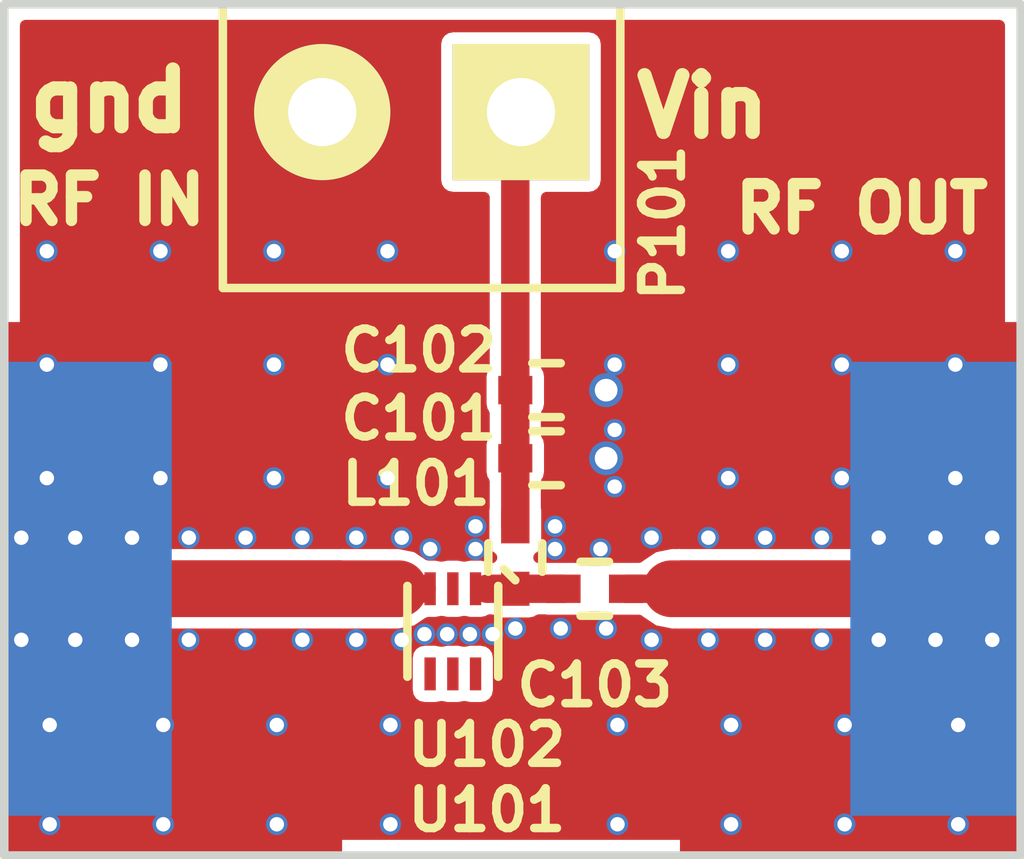
<source format=kicad_pcb>
(kicad_pcb (version 4) (host pcbnew 4.0.3-stable)

  (general
    (links 131)
    (no_connects 2)
    (area 126.024999 94.924999 144.075001 110.075001)
    (thickness 1.6)
    (drawings 8)
    (tracks 13)
    (zones 0)
    (modules 92)
    (nets 6)
  )

  (page A4)
  (layers
    (0 F.Cu signal hide)
    (1 In1.Cu signal hide)
    (2 In2.Cu signal)
    (31 B.Cu signal)
    (32 B.Adhes user)
    (33 F.Adhes user)
    (34 B.Paste user)
    (35 F.Paste user)
    (36 B.SilkS user)
    (37 F.SilkS user)
    (38 B.Mask user)
    (39 F.Mask user)
    (40 Dwgs.User user)
    (41 Cmts.User user)
    (42 Eco1.User user)
    (43 Eco2.User user)
    (44 Edge.Cuts user)
    (45 Margin user)
    (46 B.CrtYd user)
    (47 F.CrtYd user)
    (48 B.Fab user)
    (49 F.Fab user)
  )

  (setup
    (last_trace_width 0.25)
    (user_trace_width 0.5)
    (user_trace_width 1)
    (trace_clearance 0.2)
    (zone_clearance 0.2)
    (zone_45_only yes)
    (trace_min 0.11)
    (segment_width 0.2)
    (edge_width 0.15)
    (via_size 0.6)
    (via_drill 0.4)
    (via_min_size 0.3)
    (via_min_drill 0.2)
    (user_via 0.46 0.254)
    (uvia_size 0.3)
    (uvia_drill 0.1)
    (uvias_allowed no)
    (uvia_min_size 0.2)
    (uvia_min_drill 0.1)
    (pcb_text_width 0.3)
    (pcb_text_size 1.5 1.5)
    (mod_edge_width 0.15)
    (mod_text_size 0.7 0.7)
    (mod_text_width 0.15)
    (pad_size 0.381 0.381)
    (pad_drill 0.254)
    (pad_to_mask_clearance 0.2)
    (aux_axis_origin 0 0)
    (visible_elements FFFEFF7F)
    (pcbplotparams
      (layerselection 0x010f0_80000007)
      (usegerberextensions true)
      (excludeedgelayer true)
      (linewidth 0.100000)
      (plotframeref false)
      (viasonmask false)
      (mode 1)
      (useauxorigin false)
      (hpglpennumber 1)
      (hpglpenspeed 20)
      (hpglpendiameter 15)
      (hpglpenoverlay 2)
      (psnegative false)
      (psa4output false)
      (plotreference true)
      (plotvalue true)
      (plotinvisibletext false)
      (padsonsilk false)
      (subtractmaskfromsilk false)
      (outputformat 1)
      (mirror false)
      (drillshape 0)
      (scaleselection 1)
      (outputdirectory gerbs/))
  )

  (net 0 "")
  (net 1 "Net-(C101-Pad1)")
  (net 2 GND)
  (net 3 "Net-(C103-Pad1)")
  (net 4 "Net-(C103-Pad2)")
  (net 5 "Net-(U101-Pad1)")

  (net_class Default "This is the default net class."
    (clearance 0.2)
    (trace_width 0.25)
    (via_dia 0.6)
    (via_drill 0.4)
    (uvia_dia 0.3)
    (uvia_drill 0.1)
    (add_net GND)
    (add_net "Net-(C101-Pad1)")
    (add_net "Net-(C103-Pad1)")
    (add_net "Net-(C103-Pad2)")
    (add_net "Net-(U101-Pad1)")
  )

  (module vna_footprints:VIA_OSH4LAYER_MIN (layer F.Cu) (tedit 57D51B77) (tstamp 57D52A37)
    (at 136.85 102.5)
    (fp_text reference REF** (at 0 -2.5) (layer F.SilkS) hide
      (effects (font (size 0.7 0.7) (thickness 0.15)))
    )
    (fp_text value VIA_OSH4LAYER_MIN (at 0 -1.2) (layer F.Fab) hide
      (effects (font (size 0.7 0.7) (thickness 0.15)))
    )
    (pad 1 thru_hole circle (at 0 0) (size 0.381 0.381) (drill 0.254) (layers *.Cu)
      (net 2 GND))
  )

  (module vna_footprints:VIA_OSH4LAYER_MIN (layer F.Cu) (tedit 57D51B77) (tstamp 57D52331)
    (at 130.9 109.45)
    (fp_text reference REF** (at 0 -2.5) (layer F.SilkS) hide
      (effects (font (size 0.7 0.7) (thickness 0.15)))
    )
    (fp_text value VIA_OSH4LAYER_MIN (at 0 -1.2) (layer F.Fab) hide
      (effects (font (size 0.7 0.7) (thickness 0.15)))
    )
    (pad 1 thru_hole circle (at 0 0) (size 0.381 0.381) (drill 0.254) (layers *.Cu)
      (net 2 GND))
  )

  (module vna_footprints:VIA_OSH4LAYER_MIN (layer F.Cu) (tedit 57D51B77) (tstamp 57D5232D)
    (at 132.9 109.45)
    (fp_text reference REF** (at 0 -2.5) (layer F.SilkS) hide
      (effects (font (size 0.7 0.7) (thickness 0.15)))
    )
    (fp_text value VIA_OSH4LAYER_MIN (at 0 -1.2) (layer F.Fab) hide
      (effects (font (size 0.7 0.7) (thickness 0.15)))
    )
    (pad 1 thru_hole circle (at 0 0) (size 0.381 0.381) (drill 0.254) (layers *.Cu)
      (net 2 GND))
  )

  (module vna_footprints:VIA_OSH4LAYER_MIN (layer F.Cu) (tedit 57D51B77) (tstamp 57D52329)
    (at 136.9 109.45)
    (fp_text reference REF** (at 0 -2.5) (layer F.SilkS) hide
      (effects (font (size 0.7 0.7) (thickness 0.15)))
    )
    (fp_text value VIA_OSH4LAYER_MIN (at 0 -1.2) (layer F.Fab) hide
      (effects (font (size 0.7 0.7) (thickness 0.15)))
    )
    (pad 1 thru_hole circle (at 0 0) (size 0.381 0.381) (drill 0.254) (layers *.Cu)
      (net 2 GND))
  )

  (module vna_footprints:VIA_OSH4LAYER_MIN (layer F.Cu) (tedit 57D51B77) (tstamp 57D52325)
    (at 142.9 109.45)
    (fp_text reference REF** (at 0 -2.5) (layer F.SilkS) hide
      (effects (font (size 0.7 0.7) (thickness 0.15)))
    )
    (fp_text value VIA_OSH4LAYER_MIN (at 0 -1.2) (layer F.Fab) hide
      (effects (font (size 0.7 0.7) (thickness 0.15)))
    )
    (pad 1 thru_hole circle (at 0 0) (size 0.381 0.381) (drill 0.254) (layers *.Cu)
      (net 2 GND))
  )

  (module vna_footprints:VIA_OSH4LAYER_MIN (layer F.Cu) (tedit 57D51B77) (tstamp 57D52321)
    (at 140.9 109.45)
    (fp_text reference REF** (at 0 -2.5) (layer F.SilkS) hide
      (effects (font (size 0.7 0.7) (thickness 0.15)))
    )
    (fp_text value VIA_OSH4LAYER_MIN (at 0 -1.2) (layer F.Fab) hide
      (effects (font (size 0.7 0.7) (thickness 0.15)))
    )
    (pad 1 thru_hole circle (at 0 0) (size 0.381 0.381) (drill 0.254) (layers *.Cu)
      (net 2 GND))
  )

  (module vna_footprints:VIA_OSH4LAYER_MIN (layer F.Cu) (tedit 57D51B77) (tstamp 57D5231D)
    (at 138.9 109.45)
    (fp_text reference REF** (at 0 -2.5) (layer F.SilkS) hide
      (effects (font (size 0.7 0.7) (thickness 0.15)))
    )
    (fp_text value VIA_OSH4LAYER_MIN (at 0 -1.2) (layer F.Fab) hide
      (effects (font (size 0.7 0.7) (thickness 0.15)))
    )
    (pad 1 thru_hole circle (at 0 0) (size 0.381 0.381) (drill 0.254) (layers *.Cu)
      (net 2 GND))
  )

  (module vna_footprints:VIA_OSH4LAYER_MIN (layer F.Cu) (tedit 57D51B77) (tstamp 57D52319)
    (at 126.9 109.45)
    (fp_text reference REF** (at 0 -2.5) (layer F.SilkS) hide
      (effects (font (size 0.7 0.7) (thickness 0.15)))
    )
    (fp_text value VIA_OSH4LAYER_MIN (at 0 -1.2) (layer F.Fab) hide
      (effects (font (size 0.7 0.7) (thickness 0.15)))
    )
    (pad 1 thru_hole circle (at 0 0) (size 0.381 0.381) (drill 0.254) (layers *.Cu)
      (net 2 GND))
  )

  (module vna_footprints:VIA_OSH4LAYER_MIN (layer F.Cu) (tedit 57D51B77) (tstamp 57D52315)
    (at 128.9 109.45)
    (fp_text reference REF** (at 0 -2.5) (layer F.SilkS) hide
      (effects (font (size 0.7 0.7) (thickness 0.15)))
    )
    (fp_text value VIA_OSH4LAYER_MIN (at 0 -1.2) (layer F.Fab) hide
      (effects (font (size 0.7 0.7) (thickness 0.15)))
    )
    (pad 1 thru_hole circle (at 0 0) (size 0.381 0.381) (drill 0.254) (layers *.Cu)
      (net 2 GND))
  )

  (module vna_footprints:VIA_OSH4LAYER_MIN (layer F.Cu) (tedit 57D51B77) (tstamp 57D52310)
    (at 132.9 107.7)
    (fp_text reference REF** (at 0 -2.5) (layer F.SilkS) hide
      (effects (font (size 0.7 0.7) (thickness 0.15)))
    )
    (fp_text value VIA_OSH4LAYER_MIN (at 0 -1.2) (layer F.Fab) hide
      (effects (font (size 0.7 0.7) (thickness 0.15)))
    )
    (pad 1 thru_hole circle (at 0 0) (size 0.381 0.381) (drill 0.254) (layers *.Cu)
      (net 2 GND))
  )

  (module vna_footprints:VIA_OSH4LAYER_MIN (layer F.Cu) (tedit 57D51B77) (tstamp 57D5230C)
    (at 136.9 107.7)
    (fp_text reference REF** (at 0 -2.5) (layer F.SilkS) hide
      (effects (font (size 0.7 0.7) (thickness 0.15)))
    )
    (fp_text value VIA_OSH4LAYER_MIN (at 0 -1.2) (layer F.Fab) hide
      (effects (font (size 0.7 0.7) (thickness 0.15)))
    )
    (pad 1 thru_hole circle (at 0 0) (size 0.381 0.381) (drill 0.254) (layers *.Cu)
      (net 2 GND))
  )

  (module vna_footprints:VIA_OSH4LAYER_MIN (layer F.Cu) (tedit 57D51B77) (tstamp 57D52308)
    (at 142.9 107.7)
    (fp_text reference REF** (at 0 -2.5) (layer F.SilkS) hide
      (effects (font (size 0.7 0.7) (thickness 0.15)))
    )
    (fp_text value VIA_OSH4LAYER_MIN (at 0 -1.2) (layer F.Fab) hide
      (effects (font (size 0.7 0.7) (thickness 0.15)))
    )
    (pad 1 thru_hole circle (at 0 0) (size 0.381 0.381) (drill 0.254) (layers *.Cu)
      (net 2 GND))
  )

  (module vna_footprints:VIA_OSH4LAYER_MIN (layer F.Cu) (tedit 57D51B77) (tstamp 57D52304)
    (at 140.9 107.7)
    (fp_text reference REF** (at 0 -2.5) (layer F.SilkS) hide
      (effects (font (size 0.7 0.7) (thickness 0.15)))
    )
    (fp_text value VIA_OSH4LAYER_MIN (at 0 -1.2) (layer F.Fab) hide
      (effects (font (size 0.7 0.7) (thickness 0.15)))
    )
    (pad 1 thru_hole circle (at 0 0) (size 0.381 0.381) (drill 0.254) (layers *.Cu)
      (net 2 GND))
  )

  (module vna_footprints:VIA_OSH4LAYER_MIN (layer F.Cu) (tedit 57D51B77) (tstamp 57D52300)
    (at 138.9 107.7)
    (fp_text reference REF** (at 0 -2.5) (layer F.SilkS) hide
      (effects (font (size 0.7 0.7) (thickness 0.15)))
    )
    (fp_text value VIA_OSH4LAYER_MIN (at 0 -1.2) (layer F.Fab) hide
      (effects (font (size 0.7 0.7) (thickness 0.15)))
    )
    (pad 1 thru_hole circle (at 0 0) (size 0.381 0.381) (drill 0.254) (layers *.Cu)
      (net 2 GND))
  )

  (module vna_footprints:VIA_OSH4LAYER_MIN (layer F.Cu) (tedit 57D51B77) (tstamp 57D522FC)
    (at 126.9 107.7)
    (fp_text reference REF** (at 0 -2.5) (layer F.SilkS) hide
      (effects (font (size 0.7 0.7) (thickness 0.15)))
    )
    (fp_text value VIA_OSH4LAYER_MIN (at 0 -1.2) (layer F.Fab) hide
      (effects (font (size 0.7 0.7) (thickness 0.15)))
    )
    (pad 1 thru_hole circle (at 0 0) (size 0.381 0.381) (drill 0.254) (layers *.Cu)
      (net 2 GND))
  )

  (module vna_footprints:VIA_OSH4LAYER_MIN (layer F.Cu) (tedit 57D51B77) (tstamp 57D522F8)
    (at 130.9 107.7)
    (fp_text reference REF** (at 0 -2.5) (layer F.SilkS) hide
      (effects (font (size 0.7 0.7) (thickness 0.15)))
    )
    (fp_text value VIA_OSH4LAYER_MIN (at 0 -1.2) (layer F.Fab) hide
      (effects (font (size 0.7 0.7) (thickness 0.15)))
    )
    (pad 1 thru_hole circle (at 0 0) (size 0.381 0.381) (drill 0.254) (layers *.Cu)
      (net 2 GND))
  )

  (module vna_footprints:VIA_OSH4LAYER_MIN (layer F.Cu) (tedit 57D51B77) (tstamp 57D522F4)
    (at 128.9 107.7)
    (fp_text reference REF** (at 0 -2.5) (layer F.SilkS) hide
      (effects (font (size 0.7 0.7) (thickness 0.15)))
    )
    (fp_text value VIA_OSH4LAYER_MIN (at 0 -1.2) (layer F.Fab) hide
      (effects (font (size 0.7 0.7) (thickness 0.15)))
    )
    (pad 1 thru_hole circle (at 0 0) (size 0.381 0.381) (drill 0.254) (layers *.Cu)
      (net 2 GND))
  )

  (module vna_footprints:VIA_OSH4LAYER_MIN (layer F.Cu) (tedit 57D51B77) (tstamp 57D522E5)
    (at 142.85 103.35)
    (fp_text reference REF** (at 0 -2.5) (layer F.SilkS) hide
      (effects (font (size 0.7 0.7) (thickness 0.15)))
    )
    (fp_text value VIA_OSH4LAYER_MIN (at 0 -1.2) (layer F.Fab) hide
      (effects (font (size 0.7 0.7) (thickness 0.15)))
    )
    (pad 1 thru_hole circle (at 0 0) (size 0.381 0.381) (drill 0.254) (layers *.Cu)
      (net 2 GND))
  )

  (module vna_footprints:VIA_OSH4LAYER_MIN (layer F.Cu) (tedit 57D51B77) (tstamp 57D522E1)
    (at 140.85 103.35)
    (fp_text reference REF** (at 0 -2.5) (layer F.SilkS) hide
      (effects (font (size 0.7 0.7) (thickness 0.15)))
    )
    (fp_text value VIA_OSH4LAYER_MIN (at 0 -1.2) (layer F.Fab) hide
      (effects (font (size 0.7 0.7) (thickness 0.15)))
    )
    (pad 1 thru_hole circle (at 0 0) (size 0.381 0.381) (drill 0.254) (layers *.Cu)
      (net 2 GND))
  )

  (module vna_footprints:VIA_OSH4LAYER_MIN (layer F.Cu) (tedit 57D51B77) (tstamp 57D522DD)
    (at 138.85 103.35)
    (fp_text reference REF** (at 0 -2.5) (layer F.SilkS) hide
      (effects (font (size 0.7 0.7) (thickness 0.15)))
    )
    (fp_text value VIA_OSH4LAYER_MIN (at 0 -1.2) (layer F.Fab) hide
      (effects (font (size 0.7 0.7) (thickness 0.15)))
    )
    (pad 1 thru_hole circle (at 0 0) (size 0.381 0.381) (drill 0.254) (layers *.Cu)
      (net 2 GND))
  )

  (module vna_footprints:VIA_OSH4LAYER_MIN (layer F.Cu) (tedit 57D51B77) (tstamp 57D522D9)
    (at 136.85 103.5)
    (fp_text reference REF** (at 0 -2.5) (layer F.SilkS) hide
      (effects (font (size 0.7 0.7) (thickness 0.15)))
    )
    (fp_text value VIA_OSH4LAYER_MIN (at 0 -1.2) (layer F.Fab) hide
      (effects (font (size 0.7 0.7) (thickness 0.15)))
    )
    (pad 1 thru_hole circle (at 0 0) (size 0.381 0.381) (drill 0.254) (layers *.Cu)
      (net 2 GND))
  )

  (module vna_footprints:VIA_OSH4LAYER_MIN (layer F.Cu) (tedit 57D51B77) (tstamp 57D522D1)
    (at 132.85 103.35)
    (fp_text reference REF** (at 0 -2.5) (layer F.SilkS) hide
      (effects (font (size 0.7 0.7) (thickness 0.15)))
    )
    (fp_text value VIA_OSH4LAYER_MIN (at 0 -1.2) (layer F.Fab) hide
      (effects (font (size 0.7 0.7) (thickness 0.15)))
    )
    (pad 1 thru_hole circle (at 0 0) (size 0.381 0.381) (drill 0.254) (layers *.Cu)
      (net 2 GND))
  )

  (module vna_footprints:VIA_OSH4LAYER_MIN (layer F.Cu) (tedit 57D51B77) (tstamp 57D522CD)
    (at 130.85 103.35)
    (fp_text reference REF** (at 0 -2.5) (layer F.SilkS) hide
      (effects (font (size 0.7 0.7) (thickness 0.15)))
    )
    (fp_text value VIA_OSH4LAYER_MIN (at 0 -1.2) (layer F.Fab) hide
      (effects (font (size 0.7 0.7) (thickness 0.15)))
    )
    (pad 1 thru_hole circle (at 0 0) (size 0.381 0.381) (drill 0.254) (layers *.Cu)
      (net 2 GND))
  )

  (module vna_footprints:VIA_OSH4LAYER_MIN (layer F.Cu) (tedit 57D51B77) (tstamp 57D522C9)
    (at 128.85 103.35)
    (fp_text reference REF** (at 0 -2.5) (layer F.SilkS) hide
      (effects (font (size 0.7 0.7) (thickness 0.15)))
    )
    (fp_text value VIA_OSH4LAYER_MIN (at 0 -1.2) (layer F.Fab) hide
      (effects (font (size 0.7 0.7) (thickness 0.15)))
    )
    (pad 1 thru_hole circle (at 0 0) (size 0.381 0.381) (drill 0.254) (layers *.Cu)
      (net 2 GND))
  )

  (module vna_footprints:VIA_OSH4LAYER_MIN (layer F.Cu) (tedit 57D51B77) (tstamp 57D522C5)
    (at 126.85 103.35)
    (fp_text reference REF** (at 0 -2.5) (layer F.SilkS) hide
      (effects (font (size 0.7 0.7) (thickness 0.15)))
    )
    (fp_text value VIA_OSH4LAYER_MIN (at 0 -1.2) (layer F.Fab) hide
      (effects (font (size 0.7 0.7) (thickness 0.15)))
    )
    (pad 1 thru_hole circle (at 0 0) (size 0.381 0.381) (drill 0.254) (layers *.Cu)
      (net 2 GND))
  )

  (module vna_footprints:VIA_OSH4LAYER_MIN (layer F.Cu) (tedit 57D51B77) (tstamp 57D522BD)
    (at 142.85 101.35)
    (fp_text reference REF** (at 0 -2.5) (layer F.SilkS) hide
      (effects (font (size 0.7 0.7) (thickness 0.15)))
    )
    (fp_text value VIA_OSH4LAYER_MIN (at 0 -1.2) (layer F.Fab) hide
      (effects (font (size 0.7 0.7) (thickness 0.15)))
    )
    (pad 1 thru_hole circle (at 0 0) (size 0.381 0.381) (drill 0.254) (layers *.Cu)
      (net 2 GND))
  )

  (module vna_footprints:VIA_OSH4LAYER_MIN (layer F.Cu) (tedit 57D51B77) (tstamp 57D522B9)
    (at 140.85 101.35)
    (fp_text reference REF** (at 0 -2.5) (layer F.SilkS) hide
      (effects (font (size 0.7 0.7) (thickness 0.15)))
    )
    (fp_text value VIA_OSH4LAYER_MIN (at 0 -1.2) (layer F.Fab) hide
      (effects (font (size 0.7 0.7) (thickness 0.15)))
    )
    (pad 1 thru_hole circle (at 0 0) (size 0.381 0.381) (drill 0.254) (layers *.Cu)
      (net 2 GND))
  )

  (module vna_footprints:VIA_OSH4LAYER_MIN (layer F.Cu) (tedit 57D51B77) (tstamp 57D522B5)
    (at 138.85 101.35)
    (fp_text reference REF** (at 0 -2.5) (layer F.SilkS) hide
      (effects (font (size 0.7 0.7) (thickness 0.15)))
    )
    (fp_text value VIA_OSH4LAYER_MIN (at 0 -1.2) (layer F.Fab) hide
      (effects (font (size 0.7 0.7) (thickness 0.15)))
    )
    (pad 1 thru_hole circle (at 0 0) (size 0.381 0.381) (drill 0.254) (layers *.Cu)
      (net 2 GND))
  )

  (module vna_footprints:VIA_OSH4LAYER_MIN (layer F.Cu) (tedit 57D51B77) (tstamp 57D522B1)
    (at 136.85 101.35)
    (fp_text reference REF** (at 0 -2.5) (layer F.SilkS) hide
      (effects (font (size 0.7 0.7) (thickness 0.15)))
    )
    (fp_text value VIA_OSH4LAYER_MIN (at 0 -1.2) (layer F.Fab) hide
      (effects (font (size 0.7 0.7) (thickness 0.15)))
    )
    (pad 1 thru_hole circle (at 0 0) (size 0.381 0.381) (drill 0.254) (layers *.Cu)
      (net 2 GND))
  )

  (module vna_footprints:VIA_OSH4LAYER_MIN (layer F.Cu) (tedit 57D51B77) (tstamp 57D522A9)
    (at 132.85 101.35)
    (fp_text reference REF** (at 0 -2.5) (layer F.SilkS) hide
      (effects (font (size 0.7 0.7) (thickness 0.15)))
    )
    (fp_text value VIA_OSH4LAYER_MIN (at 0 -1.2) (layer F.Fab) hide
      (effects (font (size 0.7 0.7) (thickness 0.15)))
    )
    (pad 1 thru_hole circle (at 0 0) (size 0.381 0.381) (drill 0.254) (layers *.Cu)
      (net 2 GND))
  )

  (module vna_footprints:VIA_OSH4LAYER_MIN (layer F.Cu) (tedit 57D51B77) (tstamp 57D522A5)
    (at 130.85 101.35)
    (fp_text reference REF** (at 0 -2.5) (layer F.SilkS) hide
      (effects (font (size 0.7 0.7) (thickness 0.15)))
    )
    (fp_text value VIA_OSH4LAYER_MIN (at 0 -1.2) (layer F.Fab) hide
      (effects (font (size 0.7 0.7) (thickness 0.15)))
    )
    (pad 1 thru_hole circle (at 0 0) (size 0.381 0.381) (drill 0.254) (layers *.Cu)
      (net 2 GND))
  )

  (module vna_footprints:VIA_OSH4LAYER_MIN (layer F.Cu) (tedit 57D51B77) (tstamp 57D522A1)
    (at 128.85 101.35)
    (fp_text reference REF** (at 0 -2.5) (layer F.SilkS) hide
      (effects (font (size 0.7 0.7) (thickness 0.15)))
    )
    (fp_text value VIA_OSH4LAYER_MIN (at 0 -1.2) (layer F.Fab) hide
      (effects (font (size 0.7 0.7) (thickness 0.15)))
    )
    (pad 1 thru_hole circle (at 0 0) (size 0.381 0.381) (drill 0.254) (layers *.Cu)
      (net 2 GND))
  )

  (module vna_footprints:VIA_OSH4LAYER_MIN (layer F.Cu) (tedit 57D51B77) (tstamp 57D5229D)
    (at 126.85 101.35)
    (fp_text reference REF** (at 0 -2.5) (layer F.SilkS) hide
      (effects (font (size 0.7 0.7) (thickness 0.15)))
    )
    (fp_text value VIA_OSH4LAYER_MIN (at 0 -1.2) (layer F.Fab) hide
      (effects (font (size 0.7 0.7) (thickness 0.15)))
    )
    (pad 1 thru_hole circle (at 0 0) (size 0.381 0.381) (drill 0.254) (layers *.Cu)
      (net 2 GND))
  )

  (module vna_footprints:VIA_OSH4LAYER_MIN (layer F.Cu) (tedit 57D51B77) (tstamp 57D52295)
    (at 142.85 99.35)
    (fp_text reference REF** (at 0 -2.5) (layer F.SilkS) hide
      (effects (font (size 0.7 0.7) (thickness 0.15)))
    )
    (fp_text value VIA_OSH4LAYER_MIN (at 0 -1.2) (layer F.Fab) hide
      (effects (font (size 0.7 0.7) (thickness 0.15)))
    )
    (pad 1 thru_hole circle (at 0 0) (size 0.381 0.381) (drill 0.254) (layers *.Cu)
      (net 2 GND))
  )

  (module vna_footprints:VIA_OSH4LAYER_MIN (layer F.Cu) (tedit 57D51B77) (tstamp 57D52291)
    (at 140.85 99.35)
    (fp_text reference REF** (at 0 -2.5) (layer F.SilkS) hide
      (effects (font (size 0.7 0.7) (thickness 0.15)))
    )
    (fp_text value VIA_OSH4LAYER_MIN (at 0 -1.2) (layer F.Fab) hide
      (effects (font (size 0.7 0.7) (thickness 0.15)))
    )
    (pad 1 thru_hole circle (at 0 0) (size 0.381 0.381) (drill 0.254) (layers *.Cu)
      (net 2 GND))
  )

  (module vna_footprints:VIA_OSH4LAYER_MIN (layer F.Cu) (tedit 57D51B77) (tstamp 57D5228D)
    (at 138.85 99.35)
    (fp_text reference REF** (at 0 -2.5) (layer F.SilkS) hide
      (effects (font (size 0.7 0.7) (thickness 0.15)))
    )
    (fp_text value VIA_OSH4LAYER_MIN (at 0 -1.2) (layer F.Fab) hide
      (effects (font (size 0.7 0.7) (thickness 0.15)))
    )
    (pad 1 thru_hole circle (at 0 0) (size 0.381 0.381) (drill 0.254) (layers *.Cu)
      (net 2 GND))
  )

  (module vna_footprints:VIA_OSH4LAYER_MIN (layer F.Cu) (tedit 57D51B77) (tstamp 57D52289)
    (at 136.85 99.35)
    (fp_text reference REF** (at 0 -2.5) (layer F.SilkS) hide
      (effects (font (size 0.7 0.7) (thickness 0.15)))
    )
    (fp_text value VIA_OSH4LAYER_MIN (at 0 -1.2) (layer F.Fab) hide
      (effects (font (size 0.7 0.7) (thickness 0.15)))
    )
    (pad 1 thru_hole circle (at 0 0) (size 0.381 0.381) (drill 0.254) (layers *.Cu)
      (net 2 GND))
  )

  (module vna_footprints:VIA_OSH4LAYER_MIN (layer F.Cu) (tedit 57D51B77) (tstamp 57D52281)
    (at 132.85 99.35)
    (fp_text reference REF** (at 0 -2.5) (layer F.SilkS) hide
      (effects (font (size 0.7 0.7) (thickness 0.15)))
    )
    (fp_text value VIA_OSH4LAYER_MIN (at 0 -1.2) (layer F.Fab) hide
      (effects (font (size 0.7 0.7) (thickness 0.15)))
    )
    (pad 1 thru_hole circle (at 0 0) (size 0.381 0.381) (drill 0.254) (layers *.Cu)
      (net 2 GND))
  )

  (module vna_footprints:VIA_OSH4LAYER_MIN (layer F.Cu) (tedit 57D51B77) (tstamp 57D5227D)
    (at 130.85 99.35)
    (fp_text reference REF** (at 0 -2.5) (layer F.SilkS) hide
      (effects (font (size 0.7 0.7) (thickness 0.15)))
    )
    (fp_text value VIA_OSH4LAYER_MIN (at 0 -1.2) (layer F.Fab) hide
      (effects (font (size 0.7 0.7) (thickness 0.15)))
    )
    (pad 1 thru_hole circle (at 0 0) (size 0.381 0.381) (drill 0.254) (layers *.Cu)
      (net 2 GND))
  )

  (module vna_footprints:VIA_OSH4LAYER_MIN (layer F.Cu) (tedit 57D51B77) (tstamp 57D52279)
    (at 128.85 99.35)
    (fp_text reference REF** (at 0 -2.5) (layer F.SilkS) hide
      (effects (font (size 0.7 0.7) (thickness 0.15)))
    )
    (fp_text value VIA_OSH4LAYER_MIN (at 0 -1.2) (layer F.Fab) hide
      (effects (font (size 0.7 0.7) (thickness 0.15)))
    )
    (pad 1 thru_hole circle (at 0 0) (size 0.381 0.381) (drill 0.254) (layers *.Cu)
      (net 2 GND))
  )

  (module vna_footprints:VIA_OSH4LAYER_MIN (layer F.Cu) (tedit 57D51B77) (tstamp 57D52085)
    (at 126.85 99.35)
    (fp_text reference REF** (at 0 -2.5) (layer F.SilkS) hide
      (effects (font (size 0.7 0.7) (thickness 0.15)))
    )
    (fp_text value VIA_OSH4LAYER_MIN (at 0 -1.2) (layer F.Fab) hide
      (effects (font (size 0.7 0.7) (thickness 0.15)))
    )
    (pad 1 thru_hole circle (at 0 0) (size 0.381 0.381) (drill 0.254) (layers *.Cu)
      (net 2 GND))
  )

  (module vna_footprints:VIA_OSH4LAYER_MIN (layer F.Cu) (tedit 57D51B77) (tstamp 57D5207A)
    (at 126.4 106.2)
    (fp_text reference REF** (at 0 -2.5) (layer F.SilkS) hide
      (effects (font (size 0.7 0.7) (thickness 0.15)))
    )
    (fp_text value VIA_OSH4LAYER_MIN (at 0 -1.2) (layer F.Fab) hide
      (effects (font (size 0.7 0.7) (thickness 0.15)))
    )
    (pad 1 thru_hole circle (at 0 0) (size 0.381 0.381) (drill 0.254) (layers *.Cu)
      (net 2 GND))
  )

  (module vna_footprints:VIA_OSH4LAYER_MIN (layer F.Cu) (tedit 57D51B77) (tstamp 57D52076)
    (at 126.4 104.4)
    (fp_text reference REF** (at 0 -2.5) (layer F.SilkS) hide
      (effects (font (size 0.7 0.7) (thickness 0.15)))
    )
    (fp_text value VIA_OSH4LAYER_MIN (at 0 -1.2) (layer F.Fab) hide
      (effects (font (size 0.7 0.7) (thickness 0.15)))
    )
    (pad 1 thru_hole circle (at 0 0) (size 0.381 0.381) (drill 0.254) (layers *.Cu)
      (net 2 GND))
  )

  (module vna_footprints:VIA_OSH4LAYER_MIN (layer F.Cu) (tedit 57D51B77) (tstamp 57D5205F)
    (at 127.35 106.2)
    (fp_text reference REF** (at 0 -2.5) (layer F.SilkS) hide
      (effects (font (size 0.7 0.7) (thickness 0.15)))
    )
    (fp_text value VIA_OSH4LAYER_MIN (at 0 -1.2) (layer F.Fab) hide
      (effects (font (size 0.7 0.7) (thickness 0.15)))
    )
    (pad 1 thru_hole circle (at 0 0) (size 0.381 0.381) (drill 0.254) (layers *.Cu)
      (net 2 GND))
  )

  (module vna_footprints:VIA_OSH4LAYER_MIN (layer F.Cu) (tedit 57D51B77) (tstamp 57D52057)
    (at 128.35 106.2)
    (fp_text reference REF** (at 0 -2.5) (layer F.SilkS) hide
      (effects (font (size 0.7 0.7) (thickness 0.15)))
    )
    (fp_text value VIA_OSH4LAYER_MIN (at 0 -1.2) (layer F.Fab) hide
      (effects (font (size 0.7 0.7) (thickness 0.15)))
    )
    (pad 1 thru_hole circle (at 0 0) (size 0.381 0.381) (drill 0.254) (layers *.Cu)
      (net 2 GND))
  )

  (module vna_footprints:VIA_OSH4LAYER_MIN (layer F.Cu) (tedit 57D51B77) (tstamp 57D52053)
    (at 128.35 104.4)
    (fp_text reference REF** (at 0 -2.5) (layer F.SilkS) hide
      (effects (font (size 0.7 0.7) (thickness 0.15)))
    )
    (fp_text value VIA_OSH4LAYER_MIN (at 0 -1.2) (layer F.Fab) hide
      (effects (font (size 0.7 0.7) (thickness 0.15)))
    )
    (pad 1 thru_hole circle (at 0 0) (size 0.381 0.381) (drill 0.254) (layers *.Cu)
      (net 2 GND))
  )

  (module vna_footprints:VIA_OSH4LAYER_MIN (layer F.Cu) (tedit 57D51B77) (tstamp 57D5204B)
    (at 127.35 104.4)
    (fp_text reference REF** (at 0 -2.5) (layer F.SilkS) hide
      (effects (font (size 0.7 0.7) (thickness 0.15)))
    )
    (fp_text value VIA_OSH4LAYER_MIN (at 0 -1.2) (layer F.Fab) hide
      (effects (font (size 0.7 0.7) (thickness 0.15)))
    )
    (pad 1 thru_hole circle (at 0 0) (size 0.381 0.381) (drill 0.254) (layers *.Cu)
      (net 2 GND))
  )

  (module vna_footprints:VIA_OSH4LAYER_MIN (layer F.Cu) (tedit 57D51B77) (tstamp 57D5203F)
    (at 130.35 106.2)
    (fp_text reference REF** (at 0 -2.5) (layer F.SilkS) hide
      (effects (font (size 0.7 0.7) (thickness 0.15)))
    )
    (fp_text value VIA_OSH4LAYER_MIN (at 0 -1.2) (layer F.Fab) hide
      (effects (font (size 0.7 0.7) (thickness 0.15)))
    )
    (pad 1 thru_hole circle (at 0 0) (size 0.381 0.381) (drill 0.254) (layers *.Cu)
      (net 2 GND))
  )

  (module vna_footprints:VIA_OSH4LAYER_MIN (layer F.Cu) (tedit 57D51B77) (tstamp 57D52033)
    (at 131.35 106.2)
    (fp_text reference REF** (at 0 -2.5) (layer F.SilkS) hide
      (effects (font (size 0.7 0.7) (thickness 0.15)))
    )
    (fp_text value VIA_OSH4LAYER_MIN (at 0 -1.2) (layer F.Fab) hide
      (effects (font (size 0.7 0.7) (thickness 0.15)))
    )
    (pad 1 thru_hole circle (at 0 0) (size 0.381 0.381) (drill 0.254) (layers *.Cu)
      (net 2 GND))
  )

  (module vna_footprints:VIA_OSH4LAYER_MIN (layer F.Cu) (tedit 57D51B77) (tstamp 57D5202F)
    (at 129.35 106.2)
    (fp_text reference REF** (at 0 -2.5) (layer F.SilkS) hide
      (effects (font (size 0.7 0.7) (thickness 0.15)))
    )
    (fp_text value VIA_OSH4LAYER_MIN (at 0 -1.2) (layer F.Fab) hide
      (effects (font (size 0.7 0.7) (thickness 0.15)))
    )
    (pad 1 thru_hole circle (at 0 0) (size 0.381 0.381) (drill 0.254) (layers *.Cu)
      (net 2 GND))
  )

  (module vna_footprints:VIA_OSH4LAYER_MIN (layer F.Cu) (tedit 57D51B77) (tstamp 57D52023)
    (at 130.35 104.4)
    (fp_text reference REF** (at 0 -2.5) (layer F.SilkS) hide
      (effects (font (size 0.7 0.7) (thickness 0.15)))
    )
    (fp_text value VIA_OSH4LAYER_MIN (at 0 -1.2) (layer F.Fab) hide
      (effects (font (size 0.7 0.7) (thickness 0.15)))
    )
    (pad 1 thru_hole circle (at 0 0) (size 0.381 0.381) (drill 0.254) (layers *.Cu)
      (net 2 GND))
  )

  (module vna_footprints:VIA_OSH4LAYER_MIN (layer F.Cu) (tedit 57D51B77) (tstamp 57D5201B)
    (at 131.35 104.4)
    (fp_text reference REF** (at 0 -2.5) (layer F.SilkS) hide
      (effects (font (size 0.7 0.7) (thickness 0.15)))
    )
    (fp_text value VIA_OSH4LAYER_MIN (at 0 -1.2) (layer F.Fab) hide
      (effects (font (size 0.7 0.7) (thickness 0.15)))
    )
    (pad 1 thru_hole circle (at 0 0) (size 0.381 0.381) (drill 0.254) (layers *.Cu)
      (net 2 GND))
  )

  (module vna_footprints:VIA_OSH4LAYER_MIN (layer F.Cu) (tedit 57D51B77) (tstamp 57D52013)
    (at 129.35 104.4)
    (fp_text reference REF** (at 0 -2.5) (layer F.SilkS) hide
      (effects (font (size 0.7 0.7) (thickness 0.15)))
    )
    (fp_text value VIA_OSH4LAYER_MIN (at 0 -1.2) (layer F.Fab) hide
      (effects (font (size 0.7 0.7) (thickness 0.15)))
    )
    (pad 1 thru_hole circle (at 0 0) (size 0.381 0.381) (drill 0.254) (layers *.Cu)
      (net 2 GND))
  )

  (module vna_footprints:VIA_OSH4LAYER_MIN (layer F.Cu) (tedit 57D51B77) (tstamp 57D52008)
    (at 143.5 106.2)
    (fp_text reference REF** (at 0 -2.5) (layer F.SilkS) hide
      (effects (font (size 0.7 0.7) (thickness 0.15)))
    )
    (fp_text value VIA_OSH4LAYER_MIN (at 0 -1.2) (layer F.Fab) hide
      (effects (font (size 0.7 0.7) (thickness 0.15)))
    )
    (pad 1 thru_hole circle (at 0 0) (size 0.381 0.381) (drill 0.254) (layers *.Cu)
      (net 2 GND))
  )

  (module vna_footprints:VIA_OSH4LAYER_MIN (layer F.Cu) (tedit 57D51B77) (tstamp 57D52002)
    (at 140.5 106.2)
    (fp_text reference REF** (at 0 -2.5) (layer F.SilkS) hide
      (effects (font (size 0.7 0.7) (thickness 0.15)))
    )
    (fp_text value VIA_OSH4LAYER_MIN (at 0 -1.2) (layer F.Fab) hide
      (effects (font (size 0.7 0.7) (thickness 0.15)))
    )
    (pad 1 thru_hole circle (at 0 0) (size 0.381 0.381) (drill 0.254) (layers *.Cu)
      (net 2 GND))
  )

  (module vna_footprints:VIA_OSH4LAYER_MIN (layer F.Cu) (tedit 57D51B77) (tstamp 57D51FF6)
    (at 141.5 106.2)
    (fp_text reference REF** (at 0 -2.5) (layer F.SilkS) hide
      (effects (font (size 0.7 0.7) (thickness 0.15)))
    )
    (fp_text value VIA_OSH4LAYER_MIN (at 0 -1.2) (layer F.Fab) hide
      (effects (font (size 0.7 0.7) (thickness 0.15)))
    )
    (pad 1 thru_hole circle (at 0 0) (size 0.381 0.381) (drill 0.254) (layers *.Cu)
      (net 2 GND))
  )

  (module vna_footprints:VIA_OSH4LAYER_MIN (layer F.Cu) (tedit 57D51B77) (tstamp 57D51FEE)
    (at 142.5 106.2)
    (fp_text reference REF** (at 0 -2.5) (layer F.SilkS) hide
      (effects (font (size 0.7 0.7) (thickness 0.15)))
    )
    (fp_text value VIA_OSH4LAYER_MIN (at 0 -1.2) (layer F.Fab) hide
      (effects (font (size 0.7 0.7) (thickness 0.15)))
    )
    (pad 1 thru_hole circle (at 0 0) (size 0.381 0.381) (drill 0.254) (layers *.Cu)
      (net 2 GND))
  )

  (module vna_footprints:VIA_OSH4LAYER_MIN (layer F.Cu) (tedit 57D51B77) (tstamp 57D51EF6)
    (at 139.5 106.2)
    (fp_text reference REF** (at 0 -2.5) (layer F.SilkS) hide
      (effects (font (size 0.7 0.7) (thickness 0.15)))
    )
    (fp_text value VIA_OSH4LAYER_MIN (at 0 -1.2) (layer F.Fab) hide
      (effects (font (size 0.7 0.7) (thickness 0.15)))
    )
    (pad 1 thru_hole circle (at 0 0) (size 0.381 0.381) (drill 0.254) (layers *.Cu)
      (net 2 GND))
  )

  (module vna_footprints:VIA_OSH4LAYER_MIN (layer F.Cu) (tedit 57D51B77) (tstamp 57D51EEE)
    (at 138.5 106.2)
    (fp_text reference REF** (at 0 -2.5) (layer F.SilkS) hide
      (effects (font (size 0.7 0.7) (thickness 0.15)))
    )
    (fp_text value VIA_OSH4LAYER_MIN (at 0 -1.2) (layer F.Fab) hide
      (effects (font (size 0.7 0.7) (thickness 0.15)))
    )
    (pad 1 thru_hole circle (at 0 0) (size 0.381 0.381) (drill 0.254) (layers *.Cu)
      (net 2 GND))
  )

  (module vna_footprints:VIA_OSH4LAYER_MIN (layer F.Cu) (tedit 57D51B77) (tstamp 57D51EDE)
    (at 143.5 104.4)
    (fp_text reference REF** (at 0 -2.5) (layer F.SilkS) hide
      (effects (font (size 0.7 0.7) (thickness 0.15)))
    )
    (fp_text value VIA_OSH4LAYER_MIN (at 0 -1.2) (layer F.Fab) hide
      (effects (font (size 0.7 0.7) (thickness 0.15)))
    )
    (pad 1 thru_hole circle (at 0 0) (size 0.381 0.381) (drill 0.254) (layers *.Cu)
      (net 2 GND))
  )

  (module vna_footprints:VIA_OSH4LAYER_MIN (layer F.Cu) (tedit 57D51B77) (tstamp 57D51ED6)
    (at 142.5 104.4)
    (fp_text reference REF** (at 0 -2.5) (layer F.SilkS) hide
      (effects (font (size 0.7 0.7) (thickness 0.15)))
    )
    (fp_text value VIA_OSH4LAYER_MIN (at 0 -1.2) (layer F.Fab) hide
      (effects (font (size 0.7 0.7) (thickness 0.15)))
    )
    (pad 1 thru_hole circle (at 0 0) (size 0.381 0.381) (drill 0.254) (layers *.Cu)
      (net 2 GND))
  )

  (module vna_footprints:VIA_OSH4LAYER_MIN (layer F.Cu) (tedit 57D51B77) (tstamp 57D51ECE)
    (at 141.5 104.4)
    (fp_text reference REF** (at 0 -2.5) (layer F.SilkS) hide
      (effects (font (size 0.7 0.7) (thickness 0.15)))
    )
    (fp_text value VIA_OSH4LAYER_MIN (at 0 -1.2) (layer F.Fab) hide
      (effects (font (size 0.7 0.7) (thickness 0.15)))
    )
    (pad 1 thru_hole circle (at 0 0) (size 0.381 0.381) (drill 0.254) (layers *.Cu)
      (net 2 GND))
  )

  (module vna_footprints:VIA_OSH4LAYER_MIN (layer F.Cu) (tedit 57D51B77) (tstamp 57D51EC6)
    (at 140.5 104.4)
    (fp_text reference REF** (at 0 -2.5) (layer F.SilkS) hide
      (effects (font (size 0.7 0.7) (thickness 0.15)))
    )
    (fp_text value VIA_OSH4LAYER_MIN (at 0 -1.2) (layer F.Fab) hide
      (effects (font (size 0.7 0.7) (thickness 0.15)))
    )
    (pad 1 thru_hole circle (at 0 0) (size 0.381 0.381) (drill 0.254) (layers *.Cu)
      (net 2 GND))
  )

  (module vna_footprints:VIA_OSH4LAYER_MIN (layer F.Cu) (tedit 57D51B77) (tstamp 57D51EBE)
    (at 139.5 104.4)
    (fp_text reference REF** (at 0 -2.5) (layer F.SilkS) hide
      (effects (font (size 0.7 0.7) (thickness 0.15)))
    )
    (fp_text value VIA_OSH4LAYER_MIN (at 0 -1.2) (layer F.Fab) hide
      (effects (font (size 0.7 0.7) (thickness 0.15)))
    )
    (pad 1 thru_hole circle (at 0 0) (size 0.381 0.381) (drill 0.254) (layers *.Cu)
      (net 2 GND))
  )

  (module vna_footprints:VIA_OSH4LAYER_MIN (layer F.Cu) (tedit 57D51B77) (tstamp 57D51EB6)
    (at 138.5 104.4)
    (fp_text reference REF** (at 0 -2.5) (layer F.SilkS) hide
      (effects (font (size 0.7 0.7) (thickness 0.15)))
    )
    (fp_text value VIA_OSH4LAYER_MIN (at 0 -1.2) (layer F.Fab) hide
      (effects (font (size 0.7 0.7) (thickness 0.15)))
    )
    (pad 1 thru_hole circle (at 0 0) (size 0.381 0.381) (drill 0.254) (layers *.Cu)
      (net 2 GND))
  )

  (module vna_footprints:VIA_OSH4LAYER_MIN (layer F.Cu) (tedit 57D51B77) (tstamp 57D51E56)
    (at 132.3 104.4)
    (fp_text reference REF** (at 0 -2.5) (layer F.SilkS) hide
      (effects (font (size 0.7 0.7) (thickness 0.15)))
    )
    (fp_text value VIA_OSH4LAYER_MIN (at 0 -1.2) (layer F.Fab) hide
      (effects (font (size 0.7 0.7) (thickness 0.15)))
    )
    (pad 1 thru_hole circle (at 0 0) (size 0.381 0.381) (drill 0.254) (layers *.Cu)
      (net 2 GND))
  )

  (module vna_footprints:VIA_OSH4LAYER_MIN (layer F.Cu) (tedit 57D51B77) (tstamp 57D51E4E)
    (at 133.1 104.4)
    (fp_text reference REF** (at 0 -2.5) (layer F.SilkS) hide
      (effects (font (size 0.7 0.7) (thickness 0.15)))
    )
    (fp_text value VIA_OSH4LAYER_MIN (at 0 -1.2) (layer F.Fab) hide
      (effects (font (size 0.7 0.7) (thickness 0.15)))
    )
    (pad 1 thru_hole circle (at 0 0) (size 0.381 0.381) (drill 0.254) (layers *.Cu)
      (net 2 GND))
  )

  (module vna_footprints:VIA_OSH4LAYER_MIN (layer F.Cu) (tedit 57D51B77) (tstamp 57D51E46)
    (at 132.3 106.2)
    (fp_text reference REF** (at 0 -2.5) (layer F.SilkS) hide
      (effects (font (size 0.7 0.7) (thickness 0.15)))
    )
    (fp_text value VIA_OSH4LAYER_MIN (at 0 -1.2) (layer F.Fab) hide
      (effects (font (size 0.7 0.7) (thickness 0.15)))
    )
    (pad 1 thru_hole circle (at 0 0) (size 0.381 0.381) (drill 0.254) (layers *.Cu)
      (net 2 GND))
  )

  (module vna_footprints:VIA_OSH4LAYER_MIN (layer F.Cu) (tedit 57D51B77) (tstamp 57D51E3D)
    (at 133.1 106.2)
    (fp_text reference REF** (at 0 -2.5) (layer F.SilkS) hide
      (effects (font (size 0.7 0.7) (thickness 0.15)))
    )
    (fp_text value VIA_OSH4LAYER_MIN (at 0 -1.2) (layer F.Fab) hide
      (effects (font (size 0.7 0.7) (thickness 0.15)))
    )
    (pad 1 thru_hole circle (at 0 0) (size 0.381 0.381) (drill 0.254) (layers *.Cu)
      (net 2 GND))
  )

  (module vna_footprints:VIA_OSH4LAYER_MIN (layer F.Cu) (tedit 57D51B77) (tstamp 57D51E2A)
    (at 137.5 104.4)
    (fp_text reference REF** (at 0 -2.5) (layer F.SilkS) hide
      (effects (font (size 0.7 0.7) (thickness 0.15)))
    )
    (fp_text value VIA_OSH4LAYER_MIN (at 0 -1.2) (layer F.Fab) hide
      (effects (font (size 0.7 0.7) (thickness 0.15)))
    )
    (pad 1 thru_hole circle (at 0 0) (size 0.381 0.381) (drill 0.254) (layers *.Cu)
      (net 2 GND))
  )

  (module vna_footprints:VIA_OSH4LAYER_MIN (layer F.Cu) (tedit 57D51B77) (tstamp 57D51E26)
    (at 137.5 106.2)
    (fp_text reference REF** (at 0 -2.5) (layer F.SilkS) hide
      (effects (font (size 0.7 0.7) (thickness 0.15)))
    )
    (fp_text value VIA_OSH4LAYER_MIN (at 0 -1.2) (layer F.Fab) hide
      (effects (font (size 0.7 0.7) (thickness 0.15)))
    )
    (pad 1 thru_hole circle (at 0 0) (size 0.381 0.381) (drill 0.254) (layers *.Cu)
      (net 2 GND))
  )

  (module vna_footprints:VIA_OSH4LAYER_MIN (layer F.Cu) (tedit 57D51B77) (tstamp 57D51E17)
    (at 136.7 106)
    (fp_text reference REF** (at 0 -2.5) (layer F.SilkS) hide
      (effects (font (size 0.7 0.7) (thickness 0.15)))
    )
    (fp_text value VIA_OSH4LAYER_MIN (at 0 -1.2) (layer F.Fab) hide
      (effects (font (size 0.7 0.7) (thickness 0.15)))
    )
    (pad 1 thru_hole circle (at 0 0) (size 0.381 0.381) (drill 0.254) (layers *.Cu)
      (net 2 GND))
  )

  (module vna_footprints:VIA_OSH4LAYER_MIN (layer F.Cu) (tedit 57D51B77) (tstamp 57D51E0F)
    (at 135.9 106)
    (fp_text reference REF** (at 0 -2.5) (layer F.SilkS) hide
      (effects (font (size 0.7 0.7) (thickness 0.15)))
    )
    (fp_text value VIA_OSH4LAYER_MIN (at 0 -1.2) (layer F.Fab) hide
      (effects (font (size 0.7 0.7) (thickness 0.15)))
    )
    (pad 1 thru_hole circle (at 0 0) (size 0.381 0.381) (drill 0.254) (layers *.Cu)
      (net 2 GND))
  )

  (module vna_footprints:VIA_OSH4LAYER_MIN (layer F.Cu) (tedit 57D51B77) (tstamp 57D51E02)
    (at 135.1 106)
    (fp_text reference REF** (at 0 -2.5) (layer F.SilkS) hide
      (effects (font (size 0.7 0.7) (thickness 0.15)))
    )
    (fp_text value VIA_OSH4LAYER_MIN (at 0 -1.2) (layer F.Fab) hide
      (effects (font (size 0.7 0.7) (thickness 0.15)))
    )
    (pad 1 thru_hole circle (at 0 0) (size 0.381 0.381) (drill 0.254) (layers *.Cu)
      (net 2 GND))
  )

  (module vna_footprints:VIA_OSH4LAYER_MIN (layer F.Cu) (tedit 57D51B77) (tstamp 57D51DEF)
    (at 136.6 104.6)
    (fp_text reference REF** (at 0 -2.5) (layer F.SilkS) hide
      (effects (font (size 0.7 0.7) (thickness 0.15)))
    )
    (fp_text value VIA_OSH4LAYER_MIN (at 0 -1.2) (layer F.Fab) hide
      (effects (font (size 0.7 0.7) (thickness 0.15)))
    )
    (pad 1 thru_hole circle (at 0 0) (size 0.381 0.381) (drill 0.254) (layers *.Cu)
      (net 2 GND))
  )

  (module vna_footprints:VIA_OSH4LAYER_MIN (layer F.Cu) (tedit 57D51B77) (tstamp 57D51DE7)
    (at 135.8 104.6)
    (fp_text reference REF** (at 0 -2.5) (layer F.SilkS) hide
      (effects (font (size 0.7 0.7) (thickness 0.15)))
    )
    (fp_text value VIA_OSH4LAYER_MIN (at 0 -1.2) (layer F.Fab) hide
      (effects (font (size 0.7 0.7) (thickness 0.15)))
    )
    (pad 1 thru_hole circle (at 0 0) (size 0.381 0.381) (drill 0.254) (layers *.Cu)
      (net 2 GND))
  )

  (module vna_footprints:VIA_OSH4LAYER_MIN (layer F.Cu) (tedit 57D51B77) (tstamp 57D51DE3)
    (at 135.8 104.2)
    (fp_text reference REF** (at 0 -2.5) (layer F.SilkS) hide
      (effects (font (size 0.7 0.7) (thickness 0.15)))
    )
    (fp_text value VIA_OSH4LAYER_MIN (at 0 -1.2) (layer F.Fab) hide
      (effects (font (size 0.7 0.7) (thickness 0.15)))
    )
    (pad 1 thru_hole circle (at 0 0) (size 0.381 0.381) (drill 0.254) (layers *.Cu)
      (net 2 GND))
  )

  (module vna_footprints:VIA_OSH4LAYER_MIN (layer F.Cu) (tedit 57D51B77) (tstamp 57D51DDF)
    (at 134.4 104.2)
    (fp_text reference REF** (at 0 -2.5) (layer F.SilkS) hide
      (effects (font (size 0.7 0.7) (thickness 0.15)))
    )
    (fp_text value VIA_OSH4LAYER_MIN (at 0 -1.2) (layer F.Fab) hide
      (effects (font (size 0.7 0.7) (thickness 0.15)))
    )
    (pad 1 thru_hole circle (at 0 0) (size 0.381 0.381) (drill 0.254) (layers *.Cu)
      (net 2 GND))
  )

  (module vna_footprints:VIA_OSH4LAYER_MIN (layer F.Cu) (tedit 57D51B77) (tstamp 57D51DDB)
    (at 134.4 104.6)
    (fp_text reference REF** (at 0 -2.5) (layer F.SilkS) hide
      (effects (font (size 0.7 0.7) (thickness 0.15)))
    )
    (fp_text value VIA_OSH4LAYER_MIN (at 0 -1.2) (layer F.Fab) hide
      (effects (font (size 0.7 0.7) (thickness 0.15)))
    )
    (pad 1 thru_hole circle (at 0 0) (size 0.381 0.381) (drill 0.254) (layers *.Cu)
      (net 2 GND))
  )

  (module vna_footprints:VIA_OSH4LAYER_MIN (layer F.Cu) (tedit 57D51B77) (tstamp 57D51DD3)
    (at 133.6 104.6)
    (fp_text reference REF** (at 0 -2.5) (layer F.SilkS) hide
      (effects (font (size 0.7 0.7) (thickness 0.15)))
    )
    (fp_text value VIA_OSH4LAYER_MIN (at 0 -1.2) (layer F.Fab) hide
      (effects (font (size 0.7 0.7) (thickness 0.15)))
    )
    (pad 1 thru_hole circle (at 0 0) (size 0.381 0.381) (drill 0.254) (layers *.Cu)
      (net 2 GND))
  )

  (module vna_footprints:VIA_OSH4LAYER_MIN (layer F.Cu) (tedit 57D51B77) (tstamp 57D51DCE)
    (at 134.7 106.1)
    (fp_text reference REF** (at 0 -2.5) (layer F.SilkS) hide
      (effects (font (size 0.7 0.7) (thickness 0.15)))
    )
    (fp_text value VIA_OSH4LAYER_MIN (at 0 -1.2) (layer F.Fab) hide
      (effects (font (size 0.7 0.7) (thickness 0.15)))
    )
    (pad 1 thru_hole circle (at 0 0) (size 0.381 0.381) (drill 0.254) (layers *.Cu)
      (net 2 GND))
  )

  (module vna_footprints:VIA_OSH4LAYER_MIN (layer F.Cu) (tedit 57D51B77) (tstamp 57D51DCA)
    (at 134.3 106.1)
    (fp_text reference REF** (at 0 -2.5) (layer F.SilkS) hide
      (effects (font (size 0.7 0.7) (thickness 0.15)))
    )
    (fp_text value VIA_OSH4LAYER_MIN (at 0 -1.2) (layer F.Fab) hide
      (effects (font (size 0.7 0.7) (thickness 0.15)))
    )
    (pad 1 thru_hole circle (at 0 0) (size 0.381 0.381) (drill 0.254) (layers *.Cu)
      (net 2 GND))
  )

  (module vna_footprints:VIA_OSH4LAYER_MIN (layer F.Cu) (tedit 57D51B77) (tstamp 57D51DC6)
    (at 133.9 106.1)
    (fp_text reference REF** (at 0 -2.5) (layer F.SilkS) hide
      (effects (font (size 0.7 0.7) (thickness 0.15)))
    )
    (fp_text value VIA_OSH4LAYER_MIN (at 0 -1.2) (layer F.Fab) hide
      (effects (font (size 0.7 0.7) (thickness 0.15)))
    )
    (pad 1 thru_hole circle (at 0 0) (size 0.381 0.381) (drill 0.254) (layers *.Cu)
      (net 2 GND))
  )

  (module vna_footprints:VIA_OSH4LAYER_MIN (layer F.Cu) (tedit 57D51B77) (tstamp 57D51DC2)
    (at 133.5 106.1)
    (fp_text reference REF** (at 0 -2.5) (layer F.SilkS) hide
      (effects (font (size 0.7 0.7) (thickness 0.15)))
    )
    (fp_text value VIA_OSH4LAYER_MIN (at 0 -1.2) (layer F.Fab) hide
      (effects (font (size 0.7 0.7) (thickness 0.15)))
    )
    (pad 1 thru_hole circle (at 0 0) (size 0.381 0.381) (drill 0.254) (layers *.Cu)
      (net 2 GND))
  )

  (module Capacitors_SMD:C_0402 (layer F.Cu) (tedit 5415D599) (tstamp 57D509EE)
    (at 135.1 104.75 90)
    (descr "Capacitor SMD 0402, reflow soldering, AVX (see smccp.pdf)")
    (tags "capacitor 0402")
    (path /57D4F6CB)
    (attr smd)
    (fp_text reference L101 (at 1.3 -1.75 180) (layer F.SilkS)
      (effects (font (size 0.7 0.7) (thickness 0.15)))
    )
    (fp_text value BLM15GG471 (at 0 1.7 90) (layer F.Fab)
      (effects (font (size 0.7 0.7) (thickness 0.15)))
    )
    (fp_line (start -1.15 -0.6) (end 1.15 -0.6) (layer F.CrtYd) (width 0.05))
    (fp_line (start -1.15 0.6) (end 1.15 0.6) (layer F.CrtYd) (width 0.05))
    (fp_line (start -1.15 -0.6) (end -1.15 0.6) (layer F.CrtYd) (width 0.05))
    (fp_line (start 1.15 -0.6) (end 1.15 0.6) (layer F.CrtYd) (width 0.05))
    (fp_line (start 0.25 -0.475) (end -0.25 -0.475) (layer F.SilkS) (width 0.15))
    (fp_line (start -0.25 0.475) (end 0.25 0.475) (layer F.SilkS) (width 0.15))
    (pad 1 smd rect (at -0.55 0 90) (size 0.6 0.5) (layers F.Cu F.Paste F.Mask)
      (net 4 "Net-(C103-Pad2)"))
    (pad 2 smd rect (at 0.55 0 90) (size 0.6 0.5) (layers F.Cu F.Paste F.Mask)
      (net 1 "Net-(C101-Pad1)"))
    (model Capacitors_SMD.3dshapes/C_0402.wrl
      (at (xyz 0 0 0))
      (scale (xyz 1 1 1))
      (rotate (xyz 0 0 0))
    )
  )

  (module Capacitors_SMD:C_0402 (layer F.Cu) (tedit 5415D599) (tstamp 57D509DC)
    (at 135.65 103)
    (descr "Capacitor SMD 0402, reflow soldering, AVX (see smccp.pdf)")
    (tags "capacitor 0402")
    (path /57D4F765)
    (attr smd)
    (fp_text reference C101 (at -2.25 -0.7) (layer F.SilkS)
      (effects (font (size 0.7 0.7) (thickness 0.15)))
    )
    (fp_text value "100 nF" (at 0 1.7) (layer F.Fab)
      (effects (font (size 0.7 0.7) (thickness 0.15)))
    )
    (fp_line (start -1.15 -0.6) (end 1.15 -0.6) (layer F.CrtYd) (width 0.05))
    (fp_line (start -1.15 0.6) (end 1.15 0.6) (layer F.CrtYd) (width 0.05))
    (fp_line (start -1.15 -0.6) (end -1.15 0.6) (layer F.CrtYd) (width 0.05))
    (fp_line (start 1.15 -0.6) (end 1.15 0.6) (layer F.CrtYd) (width 0.05))
    (fp_line (start 0.25 -0.475) (end -0.25 -0.475) (layer F.SilkS) (width 0.15))
    (fp_line (start -0.25 0.475) (end 0.25 0.475) (layer F.SilkS) (width 0.15))
    (pad 1 smd rect (at -0.55 0) (size 0.6 0.5) (layers F.Cu F.Paste F.Mask)
      (net 1 "Net-(C101-Pad1)"))
    (pad 2 smd rect (at 0.55 0) (size 0.6 0.5) (layers F.Cu F.Paste F.Mask)
      (net 2 GND))
    (model Capacitors_SMD.3dshapes/C_0402.wrl
      (at (xyz 0 0 0))
      (scale (xyz 1 1 1))
      (rotate (xyz 0 0 0))
    )
  )

  (module Capacitors_SMD:C_0402 (layer F.Cu) (tedit 5415D599) (tstamp 57D509E2)
    (at 135.65 101.8)
    (descr "Capacitor SMD 0402, reflow soldering, AVX (see smccp.pdf)")
    (tags "capacitor 0402")
    (path /57D4F715)
    (attr smd)
    (fp_text reference C102 (at -2.25 -0.7) (layer F.SilkS)
      (effects (font (size 0.7 0.7) (thickness 0.15)))
    )
    (fp_text value "100 pF" (at 0 1.7) (layer F.Fab)
      (effects (font (size 0.7 0.7) (thickness 0.15)))
    )
    (fp_line (start -1.15 -0.6) (end 1.15 -0.6) (layer F.CrtYd) (width 0.05))
    (fp_line (start -1.15 0.6) (end 1.15 0.6) (layer F.CrtYd) (width 0.05))
    (fp_line (start -1.15 -0.6) (end -1.15 0.6) (layer F.CrtYd) (width 0.05))
    (fp_line (start 1.15 -0.6) (end 1.15 0.6) (layer F.CrtYd) (width 0.05))
    (fp_line (start 0.25 -0.475) (end -0.25 -0.475) (layer F.SilkS) (width 0.15))
    (fp_line (start -0.25 0.475) (end 0.25 0.475) (layer F.SilkS) (width 0.15))
    (pad 1 smd rect (at -0.55 0) (size 0.6 0.5) (layers F.Cu F.Paste F.Mask)
      (net 1 "Net-(C101-Pad1)"))
    (pad 2 smd rect (at 0.55 0) (size 0.6 0.5) (layers F.Cu F.Paste F.Mask)
      (net 2 GND))
    (model Capacitors_SMD.3dshapes/C_0402.wrl
      (at (xyz 0 0 0))
      (scale (xyz 1 1 1))
      (rotate (xyz 0 0 0))
    )
  )

  (module Capacitors_SMD:C_0402 (layer F.Cu) (tedit 5415D599) (tstamp 57D509E8)
    (at 136.5 105.3 180)
    (descr "Capacitor SMD 0402, reflow soldering, AVX (see smccp.pdf)")
    (tags "capacitor 0402")
    (path /57D4F416)
    (attr smd)
    (fp_text reference C103 (at 0 -1.7 180) (layer F.SilkS)
      (effects (font (size 0.7 0.7) (thickness 0.15)))
    )
    (fp_text value "100 pF" (at 0 1.7 180) (layer F.Fab)
      (effects (font (size 0.7 0.7) (thickness 0.15)))
    )
    (fp_line (start -1.15 -0.6) (end 1.15 -0.6) (layer F.CrtYd) (width 0.05))
    (fp_line (start -1.15 0.6) (end 1.15 0.6) (layer F.CrtYd) (width 0.05))
    (fp_line (start -1.15 -0.6) (end -1.15 0.6) (layer F.CrtYd) (width 0.05))
    (fp_line (start 1.15 -0.6) (end 1.15 0.6) (layer F.CrtYd) (width 0.05))
    (fp_line (start 0.25 -0.475) (end -0.25 -0.475) (layer F.SilkS) (width 0.15))
    (fp_line (start -0.25 0.475) (end 0.25 0.475) (layer F.SilkS) (width 0.15))
    (pad 1 smd rect (at -0.55 0 180) (size 0.6 0.5) (layers F.Cu F.Paste F.Mask)
      (net 3 "Net-(C103-Pad1)"))
    (pad 2 smd rect (at 0.55 0 180) (size 0.6 0.5) (layers F.Cu F.Paste F.Mask)
      (net 4 "Net-(C103-Pad2)"))
    (model Capacitors_SMD.3dshapes/C_0402.wrl
      (at (xyz 0 0 0))
      (scale (xyz 1 1 1))
      (rotate (xyz 0 0 0))
    )
  )

  (module Terminal_Blocks:TerminalBlock_Pheonix_PT-3.5mm_2pol (layer F.Cu) (tedit 0) (tstamp 57D509F4)
    (at 135.2 96.9 180)
    (descr "2-way 3.5mm pitch terminal block, Phoenix PT series")
    (path /57D4F799)
    (fp_text reference P101 (at -2.5 -1.95 270) (layer F.SilkS)
      (effects (font (size 0.7 0.7) (thickness 0.15)))
    )
    (fp_text value CONN_01X02 (at 1.75 6 180) (layer F.Fab)
      (effects (font (size 0.7 0.7) (thickness 0.15)))
    )
    (fp_line (start -1.9 -3.3) (end 5.4 -3.3) (layer F.CrtYd) (width 0.05))
    (fp_line (start -1.9 4.7) (end -1.9 -3.3) (layer F.CrtYd) (width 0.05))
    (fp_line (start 5.4 4.7) (end -1.9 4.7) (layer F.CrtYd) (width 0.05))
    (fp_line (start 5.4 -3.3) (end 5.4 4.7) (layer F.CrtYd) (width 0.05))
    (fp_line (start 1.75 4.1) (end 1.75 4.5) (layer F.SilkS) (width 0.15))
    (fp_line (start -1.75 3) (end 5.25 3) (layer F.SilkS) (width 0.15))
    (fp_line (start -1.75 4.1) (end 5.25 4.1) (layer F.SilkS) (width 0.15))
    (fp_line (start -1.75 -3.1) (end -1.75 4.5) (layer F.SilkS) (width 0.15))
    (fp_line (start 5.25 4.5) (end 5.25 -3.1) (layer F.SilkS) (width 0.15))
    (fp_line (start 5.25 -3.1) (end -1.75 -3.1) (layer F.SilkS) (width 0.15))
    (pad 2 thru_hole circle (at 3.5 0 180) (size 2.4 2.4) (drill 1.2) (layers *.Cu *.Mask F.SilkS)
      (net 2 GND))
    (pad 1 thru_hole rect (at 0 0 180) (size 2.4 2.4) (drill 1.2) (layers *.Cu *.Mask F.SilkS)
      (net 1 "Net-(C101-Pad1)"))
    (model Terminal_Blocks.3dshapes/TerminalBlock_Pheonix_PT-3.5mm_2pol.wrl
      (at (xyz 0 0 0))
      (scale (xyz 1 1 1))
      (rotate (xyz 0 0 0))
    )
  )

  (module vna_footprints:SMA_CPW_1MM_.2MM (layer F.Cu) (tedit 577AF781) (tstamp 57D509FC)
    (at 129.05 105.3 90)
    (path /57D4F1A7)
    (fp_text reference U101 (at -3.9 5.55 180) (layer F.SilkS)
      (effects (font (size 0.7 0.7) (thickness 0.15)))
    )
    (fp_text value CONN_SMA (at -6.5 4.6 180) (layer F.Fab)
      (effects (font (size 0.7 0.7) (thickness 0.15)))
    )
    (pad 1 smd rect (at 0 0 90) (size 1 6) (layers F.Cu F.Paste F.Mask)
      (net 5 "Net-(U101-Pad1)"))
    (pad 2 smd rect (at -2.7 0 90) (size 4 6) (layers F.Cu F.Paste F.Mask)
      (net 2 GND))
    (pad 2 smd rect (at 2.7 0 90) (size 4 6) (layers F.Cu F.Paste F.Mask)
      (net 2 GND))
    (pad 3 smd rect (at 0 -1.5) (size 3 8) (layers B.Cu B.Paste B.Mask)
      (net 2 GND))
  )

  (module vna_footprints:TDFN6 (layer F.Cu) (tedit 57D5090A) (tstamp 57D50A07)
    (at 134 106.05 270)
    (path /57D4F183)
    (fp_text reference U102 (at 2 -0.6 360) (layer F.SilkS)
      (effects (font (size 0.7 0.7) (thickness 0.15)))
    )
    (fp_text value MAAM-011101 (at -3.1 -3.6 270) (layer F.Fab)
      (effects (font (size 0.7 0.7) (thickness 0.15)))
    )
    (fp_line (start -0.9 -1.1) (end -1.1 -0.9) (layer F.SilkS) (width 0.15))
    (fp_line (start -0.8 0.8) (end 0.8 0.8) (layer F.SilkS) (width 0.15))
    (fp_line (start -0.8 -0.8) (end 0.8 -0.8) (layer F.SilkS) (width 0.15))
    (pad 1 smd rect (at -0.75 -0.4 270) (size 0.58 0.2) (layers F.Cu F.Paste F.Mask)
      (net 4 "Net-(C103-Pad2)"))
    (pad 2 smd rect (at -0.75 0 270) (size 0.58 0.2) (layers F.Cu F.Paste F.Mask))
    (pad 3 smd rect (at -0.75 0.4 270) (size 0.58 0.2) (layers F.Cu F.Paste F.Mask)
      (net 5 "Net-(U101-Pad1)"))
    (pad 4 smd rect (at 0.75 0.4 270) (size 0.58 0.2) (layers F.Cu F.Paste F.Mask))
    (pad 5 smd rect (at 0.75 0 270) (size 0.58 0.2) (layers F.Cu F.Paste F.Mask))
    (pad 6 smd rect (at 0.75 -0.4 270) (size 0.58 0.2) (layers F.Cu F.Paste F.Mask))
    (pad 7 smd rect (at 0 0 270) (size 0.47 0.85) (layers F.Cu F.Paste F.Mask)
      (net 2 GND))
  )

  (module vna_footprints:SMA_CPW_1MM_.2MM (layer F.Cu) (tedit 577AF781) (tstamp 57D50A0F)
    (at 141 105.3 270)
    (path /57D4F50A)
    (fp_text reference U103 (at 5.4 -1.5 360) (layer F.SilkS)
      (effects (font (size 0.7 0.7) (thickness 0.15)))
    )
    (fp_text value CONN_SMA (at -6.5 4.6 360) (layer F.Fab)
      (effects (font (size 0.7 0.7) (thickness 0.15)))
    )
    (pad 1 smd rect (at 0 0 270) (size 1 6) (layers F.Cu F.Paste F.Mask)
      (net 3 "Net-(C103-Pad1)"))
    (pad 2 smd rect (at -2.7 0 270) (size 4 6) (layers F.Cu F.Paste F.Mask)
      (net 2 GND))
    (pad 2 smd rect (at 2.7 0 270) (size 4 6) (layers F.Cu F.Paste F.Mask)
      (net 2 GND))
    (pad 3 smd rect (at 0 -1.5 180) (size 3 8) (layers B.Cu B.Paste B.Mask)
      (net 2 GND))
  )

  (gr_text "RF OUT" (at 141.2 98.6) (layer F.SilkS) (tstamp 57D52850)
    (effects (font (size 0.8 0.8) (thickness 0.2)))
  )
  (gr_text "RF IN\n" (at 127.95 98.45) (layer F.SilkS) (tstamp 57D52848)
    (effects (font (size 0.8 0.8) (thickness 0.2)))
  )
  (gr_text gnd (at 127.95 96.7) (layer F.SilkS)
    (effects (font (size 1 1) (thickness 0.25)))
  )
  (gr_text Vin (at 138.4 96.8) (layer F.SilkS)
    (effects (font (size 1 1) (thickness 0.25)))
  )
  (gr_line (start 126.1 95) (end 126.1 110) (layer Edge.Cuts) (width 0.15))
  (gr_line (start 144 95) (end 126.1 95) (layer Edge.Cuts) (width 0.15))
  (gr_line (start 144 110) (end 144 95) (layer Edge.Cuts) (width 0.15))
  (gr_line (start 126.1 110) (end 144 110) (layer Edge.Cuts) (width 0.15))

  (segment (start 135.1 96.8) (end 135.1 101.8) (width 0.5) (layer F.Cu) (net 1))
  (segment (start 135.1 103) (end 135.1 101.8) (width 0.5) (layer F.Cu) (net 1))
  (segment (start 135.1 104.2) (end 135.1 103) (width 0.5) (layer F.Cu) (net 1))
  (segment (start 136.2 103) (end 136.7 103) (width 0.5) (layer F.Cu) (net 2))
  (via (at 136.7 103) (size 0.6) (drill 0.4) (layers F.Cu B.Cu) (net 2))
  (via (at 136.7 101.8) (size 0.6) (drill 0.4) (layers F.Cu B.Cu) (net 2))
  (segment (start 136.2 101.8) (end 136.7 101.8) (width 0.5) (layer F.Cu) (net 2))
  (segment (start 137.85 105.3) (end 137.05 105.3) (width 0.5) (layer F.Cu) (net 3))
  (segment (start 141 105.3) (end 137.85 105.3) (width 1) (layer F.Cu) (net 3))
  (segment (start 135.1 105.3) (end 134.6 105.3) (width 0.5) (layer F.Cu) (net 4))
  (segment (start 135.1 105.3) (end 135.95 105.3) (width 0.5) (layer F.Cu) (net 4))
  (segment (start 133.05 105.3) (end 133.449999 105.3) (width 0.5) (layer F.Cu) (net 5))
  (segment (start 129.05 105.3) (end 133.05 105.3) (width 1) (layer F.Cu) (net 5))

  (zone (net 2) (net_name GND) (layer F.Cu) (tstamp 0) (hatch edge 0.508)
    (connect_pads yes (clearance 0.2))
    (min_thickness 0.2)
    (fill yes (arc_segments 16) (thermal_gap 0.508) (thermal_bridge_width 0.508))
    (polygon
      (pts
        (xy 126.1 110) (xy 144 110.1) (xy 144 95) (xy 126.1 95)
      )
    )
    (filled_polygon
      (pts
        (xy 136.630997 105.831778) (xy 136.75 105.855877) (xy 137.277761 105.855877) (xy 137.284315 105.865685) (xy 137.543853 106.039104)
        (xy 137.85 106.1) (xy 137.970979 106.1) (xy 138 106.105877) (xy 143.625 106.105877) (xy 143.625 109.625)
        (xy 126.475 109.625) (xy 126.475 106.51) (xy 133.194123 106.51) (xy 133.194123 107.09) (xy 133.215042 107.201173)
        (xy 133.280745 107.303279) (xy 133.380997 107.371778) (xy 133.5 107.395877) (xy 133.7 107.395877) (xy 133.803671 107.37637)
        (xy 133.9 107.395877) (xy 134.1 107.395877) (xy 134.203671 107.37637) (xy 134.3 107.395877) (xy 134.5 107.395877)
        (xy 134.611173 107.374958) (xy 134.713279 107.309255) (xy 134.781778 107.209003) (xy 134.805877 107.09) (xy 134.805877 106.51)
        (xy 134.784958 106.398827) (xy 134.719255 106.296721) (xy 134.619003 106.228222) (xy 134.5 106.204123) (xy 134.3 106.204123)
        (xy 134.196329 106.22363) (xy 134.1 106.204123) (xy 133.9 106.204123) (xy 133.796329 106.22363) (xy 133.7 106.204123)
        (xy 133.5 106.204123) (xy 133.388827 106.225042) (xy 133.286721 106.290745) (xy 133.218222 106.390997) (xy 133.194123 106.51)
        (xy 126.475 106.51) (xy 126.475 106.105877) (xy 132.05 106.105877) (xy 132.081233 106.1) (xy 133.05 106.1)
        (xy 133.356147 106.039104) (xy 133.5705 105.895877) (xy 133.7 105.895877) (xy 133.803671 105.87637) (xy 133.9 105.895877)
        (xy 134.1 105.895877) (xy 134.203671 105.87637) (xy 134.3 105.895877) (xy 134.5 105.895877) (xy 134.611173 105.874958)
        (xy 134.649959 105.85) (xy 134.684488 105.85) (xy 134.730997 105.881778) (xy 134.85 105.905877) (xy 135.35 105.905877)
        (xy 135.461173 105.884958) (xy 135.5155 105.85) (xy 135.620979 105.85) (xy 135.65 105.855877) (xy 136.25 105.855877)
        (xy 136.361173 105.834958) (xy 136.4155 105.8) (xy 136.584488 105.8)
      )
    )
    (filled_polygon
      (pts
        (xy 143.625 104.494123) (xy 138 104.494123) (xy 137.968767 104.5) (xy 137.85 104.5) (xy 137.543853 104.560896)
        (xy 137.284315 104.734315) (xy 137.277761 104.744123) (xy 136.75 104.744123) (xy 136.638827 104.765042) (xy 136.5845 104.8)
        (xy 136.415512 104.8) (xy 136.369003 104.768222) (xy 136.25 104.744123) (xy 135.65 104.744123) (xy 135.618767 104.75)
        (xy 135.515512 104.75) (xy 135.515506 104.749996) (xy 135.563279 104.719255) (xy 135.631778 104.619003) (xy 135.655877 104.5)
        (xy 135.655877 103.9) (xy 135.65 103.868767) (xy 135.65 103.415512) (xy 135.681778 103.369003) (xy 135.705877 103.25)
        (xy 135.705877 102.75) (xy 135.684958 102.638827) (xy 135.65 102.5845) (xy 135.65 102.215512) (xy 135.681778 102.169003)
        (xy 135.705877 102.05) (xy 135.705877 101.55) (xy 135.684958 101.438827) (xy 135.65 101.3845) (xy 135.65 98.405877)
        (xy 136.4 98.405877) (xy 136.511173 98.384958) (xy 136.613279 98.319255) (xy 136.681778 98.219003) (xy 136.705877 98.1)
        (xy 136.705877 95.7) (xy 136.684958 95.588827) (xy 136.619255 95.486721) (xy 136.519003 95.418222) (xy 136.4 95.394123)
        (xy 134 95.394123) (xy 133.888827 95.415042) (xy 133.786721 95.480745) (xy 133.718222 95.580997) (xy 133.694123 95.7)
        (xy 133.694123 98.1) (xy 133.715042 98.211173) (xy 133.780745 98.313279) (xy 133.880997 98.381778) (xy 134 98.405877)
        (xy 134.55 98.405877) (xy 134.55 101.384488) (xy 134.518222 101.430997) (xy 134.494123 101.55) (xy 134.494123 102.05)
        (xy 134.515042 102.161173) (xy 134.55 102.2155) (xy 134.55 102.584488) (xy 134.518222 102.630997) (xy 134.494123 102.75)
        (xy 134.494123 103.25) (xy 134.515042 103.361173) (xy 134.55 103.4155) (xy 134.55 103.870979) (xy 134.544123 103.9)
        (xy 134.544123 104.5) (xy 134.565042 104.611173) (xy 134.630745 104.713279) (xy 134.684488 104.75) (xy 134.650876 104.75)
        (xy 134.619003 104.728222) (xy 134.5 104.704123) (xy 134.3 104.704123) (xy 134.196329 104.72363) (xy 134.1 104.704123)
        (xy 133.9 104.704123) (xy 133.796329 104.72363) (xy 133.7 104.704123) (xy 133.5705 104.704123) (xy 133.356147 104.560896)
        (xy 133.05 104.5) (xy 132.079021 104.5) (xy 132.05 104.494123) (xy 126.475 104.494123) (xy 126.475 95.375)
        (xy 143.625 95.375)
      )
    )
  )
  (zone (net 2) (net_name GND) (layer In2.Cu) (tstamp 0) (hatch edge 0.508)
    (connect_pads yes (clearance 0.2))
    (min_thickness 0.254)
    (fill yes (arc_segments 16) (thermal_gap 0.508) (thermal_bridge_width 0.508))
    (polygon
      (pts
        (xy 126.1 95) (xy 126.1 110) (xy 144 110) (xy 144 95)
      )
    )
    (filled_polygon
      (pts
        (xy 133.767526 95.461012) (xy 133.692862 95.570286) (xy 133.666594 95.7) (xy 133.666594 98.1) (xy 133.689395 98.221179)
        (xy 133.761012 98.332474) (xy 133.870286 98.407138) (xy 134 98.433406) (xy 136.4 98.433406) (xy 136.521179 98.410605)
        (xy 136.632474 98.338988) (xy 136.707138 98.229714) (xy 136.733406 98.1) (xy 136.733406 95.7) (xy 136.710605 95.578821)
        (xy 136.638988 95.467526) (xy 136.543088 95.402) (xy 143.598 95.402) (xy 143.598 109.598) (xy 126.502 109.598)
        (xy 126.502 95.402) (xy 133.859232 95.402)
      )
    )
  )
  (zone (net 0) (net_name "") (layer F.Mask) (tstamp 0) (hatch edge 0.508)
    (connect_pads (clearance 0.2))
    (min_thickness 0.254)
    (fill yes (arc_segments 16) (thermal_gap 0.508) (thermal_bridge_width 0.508))
    (polygon
      (pts
        (xy 131.6 104.15) (xy 133.35 104.15) (xy 133.35 106.5) (xy 131.95 106.5)
      )
    )
    (filled_polygon
      (pts
        (xy 133.223 106.373) (xy 132.059486 106.373) (xy 131.747315 104.277) (xy 133.223 104.277)
      )
    )
  )
  (zone (net 0) (net_name "") (layer F.Mask) (tstamp 0) (hatch edge 0.508)
    (connect_pads (clearance 0.2))
    (min_thickness 0.254)
    (fill yes (arc_segments 16) (thermal_gap 0.508) (thermal_bridge_width 0.508))
    (polygon
      (pts
        (xy 133.15 105.7) (xy 133.1 106.35) (xy 133.5 106.35) (xy 133.55 105.65)
      )
    )
    (filled_polygon
      (pts
        (xy 133.381748 106.223) (xy 133.237144 106.223) (xy 133.268671 105.813154) (xy 133.412305 105.7952)
      )
    )
  )
  (zone (net 0) (net_name "") (layer F.Mask) (tstamp 0) (hatch edge 0.508)
    (connect_pads (clearance 0.2))
    (min_thickness 0.254)
    (fill yes (arc_segments 16) (thermal_gap 0.508) (thermal_bridge_width 0.508))
    (polygon
      (pts
        (xy 133 104.4) (xy 136.8 104.4) (xy 137 104.15) (xy 137.95 104.15) (xy 137.9 106.4)
        (xy 136.95 106.45) (xy 136.8 106.25) (xy 134.95 106.25) (xy 134.65 106.4)
      )
    )
    (filled_polygon
      (pts
        (xy 137.775649 106.279369) (xy 137.010962 106.319616) (xy 136.9016 106.1738) (xy 136.863949 106.140275) (xy 136.8 106.123)
        (xy 134.95 106.123) (xy 134.893204 106.136408) (xy 134.683628 106.241196) (xy 133.269416 104.527) (xy 136.8 104.527)
        (xy 136.84941 104.516994) (xy 136.89917 104.479336) (xy 137.061039 104.277) (xy 137.820146 104.277)
      )
    )
  )
  (zone (net 0) (net_name "") (layer F.Cu) (tstamp 0) (hatch edge 0.508)
    (connect_pads (clearance 0.2))
    (min_thickness 0.254)
    (keepout (tracks not_allowed) (vias not_allowed) (copperpour not_allowed))
    (fill (arc_segments 16) (thermal_gap 0.508) (thermal_bridge_width 0.508))
    (polygon
      (pts
        (xy 136.35 104.9) (xy 136.7 104.9) (xy 136.7 105.7) (xy 136.3 105.7)
      )
    )
  )
)

</source>
